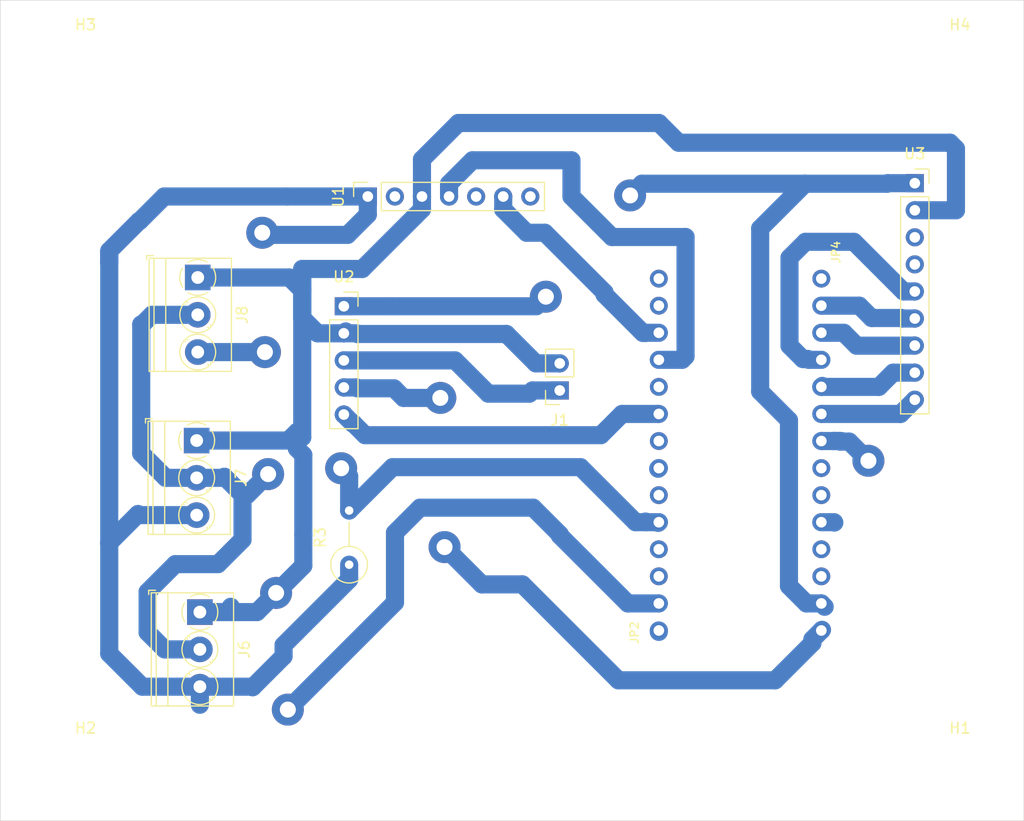
<source format=kicad_pcb>
(kicad_pcb (version 20171130) (host pcbnew 5.0.2-bee76a0~70~ubuntu18.04.1)

  (general
    (thickness 1.6)
    (drawings 4)
    (tracks 203)
    (zones 0)
    (modules 14)
    (nets 13)
  )

  (page A4)
  (layers
    (0 Top signal)
    (1 Route2 signal)
    (2 Route15 signal)
    (31 Bottom signal)
    (32 B.Adhes user)
    (33 F.Adhes user)
    (34 B.Paste user)
    (35 F.Paste user)
    (36 B.SilkS user)
    (37 F.SilkS user)
    (38 B.Mask user)
    (39 F.Mask user)
    (40 Dwgs.User user)
    (41 Cmts.User user)
    (42 Eco1.User user)
    (43 Eco2.User user)
    (44 Edge.Cuts user)
    (45 Margin user)
    (46 B.CrtYd user)
    (47 F.CrtYd user)
    (48 B.Fab user)
    (49 F.Fab user)
  )

  (setup
    (last_trace_width 0.25)
    (user_trace_width 1.7)
    (user_trace_width 3)
    (trace_clearance 0.2)
    (zone_clearance 0.508)
    (zone_45_only no)
    (trace_min 0.2)
    (segment_width 0.2)
    (edge_width 0.05)
    (via_size 0.8)
    (via_drill 0.4)
    (via_min_size 0.4)
    (via_min_drill 0.3)
    (user_via 3 1.5)
    (uvia_size 0.3)
    (uvia_drill 0.1)
    (uvias_allowed no)
    (uvia_min_size 0.2)
    (uvia_min_drill 0.1)
    (pcb_text_width 0.3)
    (pcb_text_size 1.5 1.5)
    (mod_edge_width 0.12)
    (mod_text_size 1 1)
    (mod_text_width 0.15)
    (pad_size 1.524 1.524)
    (pad_drill 0.762)
    (pad_to_mask_clearance 0.051)
    (solder_mask_min_width 0.25)
    (aux_axis_origin 0 76.75)
    (visible_elements FFFFFF7F)
    (pcbplotparams
      (layerselection 0x01000_fffffff8)
      (usegerberextensions false)
      (usegerberattributes false)
      (usegerberadvancedattributes false)
      (creategerberjobfile false)
      (excludeedgelayer true)
      (linewidth 0.100000)
      (plotframeref false)
      (viasonmask false)
      (mode 1)
      (useauxorigin true)
      (hpglpennumber 1)
      (hpglpenspeed 20)
      (hpglpendiameter 15.000000)
      (psnegative false)
      (psa4output false)
      (plotreference false)
      (plotvalue false)
      (plotinvisibletext false)
      (padsonsilk false)
      (subtractmaskfromsilk false)
      (outputformat 1)
      (mirror false)
      (drillshape 0)
      (scaleselection 1)
      (outputdirectory "mill_v"))
  )

  (net 0 "")
  (net 1 GND)
  (net 2 MOSI)
  (net 3 MISO)
  (net 4 SCK)
  (net 5 +3V3)
  (net 6 "Net-(J1-Pad1)")
  (net 7 D12)
  (net 8 TIMER)
  (net 9 LORA_RST)
  (net 10 LORA_CS)
  (net 11 SDA)
  (net 12 SCL)

  (net_class Default "This is the default net class."
    (clearance 0.2)
    (trace_width 0.25)
    (via_dia 0.8)
    (via_drill 0.4)
    (uvia_dia 0.3)
    (uvia_drill 0.1)
    (add_net +3V3)
    (add_net D12)
    (add_net GND)
    (add_net LORA_CS)
    (add_net LORA_RST)
    (add_net MISO)
    (add_net MOSI)
    (add_net "Net-(J1-Pad1)")
    (add_net SCK)
    (add_net SCL)
    (add_net SDA)
    (add_net TIMER)
  )

  (module ib4:1X14_ROUND70 (layer Top) (tedit 0) (tstamp 5DA2F3C6)
    (at 61.7643 42.6321 90)
    (path /FA93C76E)
    (fp_text reference JP2 (at -17.8562 -1.8288 90) (layer F.SilkS)
      (effects (font (size 0.77216 0.77216) (thickness 0.138988)) (justify left bottom))
    )
    (fp_text value HEADER-1X14 (at -17.78 3.175 90) (layer F.Fab)
      (effects (font (size 0.38608 0.38608) (thickness 0.038608)) (justify left bottom))
    )
    (fp_line (start -17.78 -0.635) (end -17.78 0.635) (layer F.Fab) (width 0.2032))
    (fp_poly (pts (xy 3.556 0.254) (xy 4.064 0.254) (xy 4.064 -0.254) (xy 3.556 -0.254)) (layer F.Fab) (width 0))
    (fp_poly (pts (xy 1.016 0.254) (xy 1.524 0.254) (xy 1.524 -0.254) (xy 1.016 -0.254)) (layer F.Fab) (width 0))
    (fp_poly (pts (xy -1.524 0.254) (xy -1.016 0.254) (xy -1.016 -0.254) (xy -1.524 -0.254)) (layer F.Fab) (width 0))
    (fp_poly (pts (xy -4.064 0.254) (xy -3.556 0.254) (xy -3.556 -0.254) (xy -4.064 -0.254)) (layer F.Fab) (width 0))
    (fp_poly (pts (xy -6.604 0.254) (xy -6.096 0.254) (xy -6.096 -0.254) (xy -6.604 -0.254)) (layer F.Fab) (width 0))
    (fp_poly (pts (xy -9.144 0.254) (xy -8.636 0.254) (xy -8.636 -0.254) (xy -9.144 -0.254)) (layer F.Fab) (width 0))
    (fp_poly (pts (xy -11.684 0.254) (xy -11.176 0.254) (xy -11.176 -0.254) (xy -11.684 -0.254)) (layer F.Fab) (width 0))
    (fp_poly (pts (xy -14.224 0.254) (xy -13.716 0.254) (xy -13.716 -0.254) (xy -14.224 -0.254)) (layer F.Fab) (width 0))
    (fp_poly (pts (xy -16.764 0.254) (xy -16.256 0.254) (xy -16.256 -0.254) (xy -16.764 -0.254)) (layer F.Fab) (width 0))
    (fp_poly (pts (xy 6.096 0.254) (xy 6.604 0.254) (xy 6.604 -0.254) (xy 6.096 -0.254)) (layer F.Fab) (width 0))
    (fp_poly (pts (xy 8.636 0.254) (xy 9.144 0.254) (xy 9.144 -0.254) (xy 8.636 -0.254)) (layer F.Fab) (width 0))
    (fp_poly (pts (xy 11.176 0.254) (xy 11.684 0.254) (xy 11.684 -0.254) (xy 11.176 -0.254)) (layer F.Fab) (width 0))
    (fp_poly (pts (xy 13.716 0.254) (xy 14.224 0.254) (xy 14.224 -0.254) (xy 13.716 -0.254)) (layer F.Fab) (width 0))
    (fp_poly (pts (xy 16.256 0.254) (xy 16.764 0.254) (xy 16.764 -0.254) (xy 16.256 -0.254)) (layer F.Fab) (width 0))
    (pad 1 thru_hole circle (at -16.51 0 180) (size 1.6764 1.6764) (drill 1) (layers *.Cu *.Mask)
      (solder_mask_margin 0.0508))
    (pad 2 thru_hole circle (at -13.97 0 180) (size 1.6764 1.6764) (drill 1) (layers *.Cu *.Mask)
      (net 1 GND) (solder_mask_margin 0.0508))
    (pad 3 thru_hole circle (at -11.43 0 180) (size 1.6764 1.6764) (drill 1) (layers *.Cu *.Mask)
      (solder_mask_margin 0.0508))
    (pad 4 thru_hole circle (at -8.89 0 180) (size 1.6764 1.6764) (drill 1) (layers *.Cu *.Mask)
      (solder_mask_margin 0.0508))
    (pad 5 thru_hole circle (at -6.35 0 180) (size 1.6764 1.6764) (drill 1) (layers *.Cu *.Mask)
      (net 7 D12) (solder_mask_margin 0.0508))
    (pad 6 thru_hole circle (at -3.81 0 180) (size 1.6764 1.6764) (drill 1) (layers *.Cu *.Mask)
      (solder_mask_margin 0.0508))
    (pad 7 thru_hole circle (at -1.27 0 180) (size 1.6764 1.6764) (drill 1) (layers *.Cu *.Mask)
      (solder_mask_margin 0.0508))
    (pad 8 thru_hole circle (at 1.27 0 180) (size 1.6764 1.6764) (drill 1) (layers *.Cu *.Mask)
      (solder_mask_margin 0.0508))
    (pad 9 thru_hole circle (at 3.81 0 180) (size 1.6764 1.6764) (drill 1) (layers *.Cu *.Mask)
      (solder_mask_margin 0.0508))
    (pad 10 thru_hole circle (at 6.35 0 180) (size 1.6764 1.6764) (drill 1) (layers *.Cu *.Mask)
      (solder_mask_margin 0.0508))
    (pad 11 thru_hole circle (at 8.89 0 180) (size 1.6764 1.6764) (drill 1) (layers *.Cu *.Mask)
      (net 12 SCL) (solder_mask_margin 0.0508))
    (pad 12 thru_hole circle (at 11.43 0 180) (size 1.6764 1.6764) (drill 1) (layers *.Cu *.Mask)
      (net 11 SDA) (solder_mask_margin 0.0508))
    (pad 13 thru_hole circle (at 13.97 0 180) (size 1.6764 1.6764) (drill 1) (layers *.Cu *.Mask)
      (solder_mask_margin 0.0508))
    (pad 14 thru_hole circle (at 16.51 0 180) (size 1.6764 1.6764) (drill 1) (layers *.Cu *.Mask)
      (solder_mask_margin 0.0508))
  )

  (module ib4:1X14_ROUND70 (layer Top) (tedit 0) (tstamp 5DA2F426)
    (at 77.0043 42.6321 270)
    (path /47274FB3)
    (fp_text reference JP4 (at -17.8562 -1.8288 90) (layer F.SilkS)
      (effects (font (size 0.77216 0.77216) (thickness 0.138988)) (justify left bottom))
    )
    (fp_text value HEADER-1X14 (at -17.78 3.175 90) (layer F.Fab)
      (effects (font (size 0.38608 0.38608) (thickness 0.038608)) (justify left bottom))
    )
    (fp_line (start -17.78 -0.635) (end -17.78 0.635) (layer F.Fab) (width 0.2032))
    (fp_poly (pts (xy 3.556 0.254) (xy 4.064 0.254) (xy 4.064 -0.254) (xy 3.556 -0.254)) (layer F.Fab) (width 0))
    (fp_poly (pts (xy 1.016 0.254) (xy 1.524 0.254) (xy 1.524 -0.254) (xy 1.016 -0.254)) (layer F.Fab) (width 0))
    (fp_poly (pts (xy -1.524 0.254) (xy -1.016 0.254) (xy -1.016 -0.254) (xy -1.524 -0.254)) (layer F.Fab) (width 0))
    (fp_poly (pts (xy -4.064 0.254) (xy -3.556 0.254) (xy -3.556 -0.254) (xy -4.064 -0.254)) (layer F.Fab) (width 0))
    (fp_poly (pts (xy -6.604 0.254) (xy -6.096 0.254) (xy -6.096 -0.254) (xy -6.604 -0.254)) (layer F.Fab) (width 0))
    (fp_poly (pts (xy -9.144 0.254) (xy -8.636 0.254) (xy -8.636 -0.254) (xy -9.144 -0.254)) (layer F.Fab) (width 0))
    (fp_poly (pts (xy -11.684 0.254) (xy -11.176 0.254) (xy -11.176 -0.254) (xy -11.684 -0.254)) (layer F.Fab) (width 0))
    (fp_poly (pts (xy -14.224 0.254) (xy -13.716 0.254) (xy -13.716 -0.254) (xy -14.224 -0.254)) (layer F.Fab) (width 0))
    (fp_poly (pts (xy -16.764 0.254) (xy -16.256 0.254) (xy -16.256 -0.254) (xy -16.764 -0.254)) (layer F.Fab) (width 0))
    (fp_poly (pts (xy 6.096 0.254) (xy 6.604 0.254) (xy 6.604 -0.254) (xy 6.096 -0.254)) (layer F.Fab) (width 0))
    (fp_poly (pts (xy 8.636 0.254) (xy 9.144 0.254) (xy 9.144 -0.254) (xy 8.636 -0.254)) (layer F.Fab) (width 0))
    (fp_poly (pts (xy 11.176 0.254) (xy 11.684 0.254) (xy 11.684 -0.254) (xy 11.176 -0.254)) (layer F.Fab) (width 0))
    (fp_poly (pts (xy 13.716 0.254) (xy 14.224 0.254) (xy 14.224 -0.254) (xy 13.716 -0.254)) (layer F.Fab) (width 0))
    (fp_poly (pts (xy 16.256 0.254) (xy 16.764 0.254) (xy 16.764 -0.254) (xy 16.256 -0.254)) (layer F.Fab) (width 0))
    (pad 1 thru_hole circle (at -16.51 0) (size 1.6764 1.6764) (drill 1) (layers *.Cu *.Mask)
      (solder_mask_margin 0.0508))
    (pad 2 thru_hole circle (at -13.97 0) (size 1.6764 1.6764) (drill 1) (layers *.Cu *.Mask)
      (net 3 MISO) (solder_mask_margin 0.0508))
    (pad 3 thru_hole circle (at -11.43 0) (size 1.6764 1.6764) (drill 1) (layers *.Cu *.Mask)
      (net 2 MOSI) (solder_mask_margin 0.0508))
    (pad 4 thru_hole circle (at -8.89 0) (size 1.6764 1.6764) (drill 1) (layers *.Cu *.Mask)
      (net 4 SCK) (solder_mask_margin 0.0508))
    (pad 5 thru_hole circle (at -6.35 0) (size 1.6764 1.6764) (drill 1) (layers *.Cu *.Mask)
      (net 10 LORA_CS) (solder_mask_margin 0.0508))
    (pad 6 thru_hole circle (at -3.81 0) (size 1.6764 1.6764) (drill 1) (layers *.Cu *.Mask)
      (net 9 LORA_RST) (solder_mask_margin 0.0508))
    (pad 7 thru_hole circle (at -1.27 0) (size 1.6764 1.6764) (drill 1) (layers *.Cu *.Mask)
      (solder_mask_margin 0.0508))
    (pad 8 thru_hole circle (at 1.27 0) (size 1.6764 1.6764) (drill 1) (layers *.Cu *.Mask)
      (solder_mask_margin 0.0508))
    (pad 9 thru_hole circle (at 3.81 0) (size 1.6764 1.6764) (drill 1) (layers *.Cu *.Mask)
      (solder_mask_margin 0.0508))
    (pad 10 thru_hole circle (at 6.35 0) (size 1.6764 1.6764) (drill 1) (layers *.Cu *.Mask)
      (solder_mask_margin 0.0508))
    (pad 11 thru_hole circle (at 8.89 0) (size 1.6764 1.6764) (drill 1) (layers *.Cu *.Mask)
      (solder_mask_margin 0.0508))
    (pad 12 thru_hole circle (at 11.43 0) (size 1.6764 1.6764) (drill 1) (layers *.Cu *.Mask)
      (solder_mask_margin 0.0508))
    (pad 13 thru_hole circle (at 13.97 0) (size 1.6764 1.6764) (drill 1) (layers *.Cu *.Mask)
      (net 5 +3V3) (solder_mask_margin 0.0508))
    (pad 14 thru_hole circle (at 16.51 0) (size 1.6764 1.6764) (drill 1) (layers *.Cu *.Mask)
      (net 8 TIMER) (solder_mask_margin 0.0508))
  )

  (module MountingHole:MountingHole_2.7mm_M2.5 (layer Top) (tedit 56D1B4CB) (tstamp 5DBCCBB8)
    (at 90 72)
    (descr "Mounting Hole 2.7mm, no annular, M2.5")
    (tags "mounting hole 2.7mm no annular m2.5")
    (path /5D99EBDD)
    (attr virtual)
    (fp_text reference H1 (at 0 -3.7) (layer F.SilkS)
      (effects (font (size 1 1) (thickness 0.15)))
    )
    (fp_text value MountingHole (at 0 3.7) (layer F.Fab)
      (effects (font (size 1 1) (thickness 0.15)))
    )
    (fp_text user %R (at 0.3 0) (layer F.Fab)
      (effects (font (size 1 1) (thickness 0.15)))
    )
    (fp_circle (center 0 0) (end 2.7 0) (layer Cmts.User) (width 0.15))
    (fp_circle (center 0 0) (end 2.95 0) (layer F.CrtYd) (width 0.05))
    (pad 1 np_thru_hole circle (at 0 0) (size 2.7 2.7) (drill 2.7) (layers *.Cu *.Mask))
  )

  (module MountingHole:MountingHole_2.7mm_M2.5 (layer Top) (tedit 56D1B4CB) (tstamp 5D926E42)
    (at 8 72)
    (descr "Mounting Hole 2.7mm, no annular, M2.5")
    (tags "mounting hole 2.7mm no annular m2.5")
    (path /5D99FC38)
    (attr virtual)
    (fp_text reference H2 (at 0 -3.7) (layer F.SilkS)
      (effects (font (size 1 1) (thickness 0.15)))
    )
    (fp_text value MountingHole (at 0 3.7) (layer F.Fab)
      (effects (font (size 1 1) (thickness 0.15)))
    )
    (fp_text user %R (at 0.3 0) (layer F.Fab)
      (effects (font (size 1 1) (thickness 0.15)))
    )
    (fp_circle (center 0 0) (end 2.7 0) (layer Cmts.User) (width 0.15))
    (fp_circle (center 0 0) (end 2.95 0) (layer F.CrtYd) (width 0.05))
    (pad 1 np_thru_hole circle (at 0 0) (size 2.7 2.7) (drill 2.7) (layers *.Cu *.Mask))
  )

  (module MountingHole:MountingHole_2.7mm_M2.5 (layer Top) (tedit 56D1B4CB) (tstamp 5DA3066C)
    (at 8 6)
    (descr "Mounting Hole 2.7mm, no annular, M2.5")
    (tags "mounting hole 2.7mm no annular m2.5")
    (path /5D99FE70)
    (attr virtual)
    (fp_text reference H3 (at 0 -3.7) (layer F.SilkS)
      (effects (font (size 1 1) (thickness 0.15)))
    )
    (fp_text value MountingHole (at 0 3.7) (layer F.Fab)
      (effects (font (size 1 1) (thickness 0.15)))
    )
    (fp_text user %R (at -0.55 0.1) (layer F.Fab)
      (effects (font (size 1 1) (thickness 0.15)))
    )
    (fp_circle (center 0 0) (end 2.7 0) (layer Cmts.User) (width 0.15))
    (fp_circle (center 0 0) (end 2.95 0) (layer F.CrtYd) (width 0.05))
    (pad 1 np_thru_hole circle (at 0 0) (size 2.7 2.7) (drill 2.7) (layers *.Cu *.Mask))
  )

  (module MountingHole:MountingHole_2.7mm_M2.5 (layer Top) (tedit 56D1B4CB) (tstamp 5D926E57)
    (at 90 6)
    (descr "Mounting Hole 2.7mm, no annular, M2.5")
    (tags "mounting hole 2.7mm no annular m2.5")
    (path /5D99FFF4)
    (attr virtual)
    (fp_text reference H4 (at 0 -3.7) (layer F.SilkS)
      (effects (font (size 1 1) (thickness 0.15)))
    )
    (fp_text value MountingHole (at 0 3.7) (layer F.Fab)
      (effects (font (size 1 1) (thickness 0.15)))
    )
    (fp_circle (center 0 0) (end 2.95 0) (layer F.CrtYd) (width 0.05))
    (fp_circle (center 0 0) (end 2.7 0) (layer Cmts.User) (width 0.15))
    (fp_text user %R (at 0.3 0) (layer F.Fab)
      (effects (font (size 1 1) (thickness 0.15)))
    )
    (pad 1 np_thru_hole circle (at 0 0) (size 2.7 2.7) (drill 2.7) (layers *.Cu *.Mask))
  )

  (module Connector_PinSocket_2.54mm:PinSocket_1x02_P2.54mm_Vertical (layer Top) (tedit 5A19A420) (tstamp 5DBCCC0B)
    (at 52.4705 36.6167 180)
    (descr "Through hole straight socket strip, 1x02, 2.54mm pitch, single row (from Kicad 4.0.7), script generated")
    (tags "Through hole socket strip THT 1x02 2.54mm single row")
    (path /5DBD7C27)
    (fp_text reference J1 (at 0 -2.77) (layer F.SilkS)
      (effects (font (size 1 1) (thickness 0.15)))
    )
    (fp_text value Conn_01x02_Female (at 0 5.31) (layer F.Fab)
      (effects (font (size 1 1) (thickness 0.15)))
    )
    (fp_text user %R (at 0 1.27 90) (layer F.Fab)
      (effects (font (size 1 1) (thickness 0.15)))
    )
    (fp_line (start -1.8 4.3) (end -1.8 -1.8) (layer F.CrtYd) (width 0.05))
    (fp_line (start 1.75 4.3) (end -1.8 4.3) (layer F.CrtYd) (width 0.05))
    (fp_line (start 1.75 -1.8) (end 1.75 4.3) (layer F.CrtYd) (width 0.05))
    (fp_line (start -1.8 -1.8) (end 1.75 -1.8) (layer F.CrtYd) (width 0.05))
    (fp_line (start 0 -1.33) (end 1.33 -1.33) (layer F.SilkS) (width 0.12))
    (fp_line (start 1.33 -1.33) (end 1.33 0) (layer F.SilkS) (width 0.12))
    (fp_line (start 1.33 1.27) (end 1.33 3.87) (layer F.SilkS) (width 0.12))
    (fp_line (start -1.33 3.87) (end 1.33 3.87) (layer F.SilkS) (width 0.12))
    (fp_line (start -1.33 1.27) (end -1.33 3.87) (layer F.SilkS) (width 0.12))
    (fp_line (start -1.33 1.27) (end 1.33 1.27) (layer F.SilkS) (width 0.12))
    (fp_line (start -1.27 3.81) (end -1.27 -1.27) (layer F.Fab) (width 0.1))
    (fp_line (start 1.27 3.81) (end -1.27 3.81) (layer F.Fab) (width 0.1))
    (fp_line (start 1.27 -0.635) (end 1.27 3.81) (layer F.Fab) (width 0.1))
    (fp_line (start 0.635 -1.27) (end 1.27 -0.635) (layer F.Fab) (width 0.1))
    (fp_line (start -1.27 -1.27) (end 0.635 -1.27) (layer F.Fab) (width 0.1))
    (pad 2 thru_hole oval (at 0 2.54 180) (size 1.7 1.7) (drill 1) (layers *.Cu *.Mask)
      (net 1 GND))
    (pad 1 thru_hole rect (at 0 0 180) (size 1.7 1.7) (drill 1) (layers *.Cu *.Mask)
      (net 6 "Net-(J1-Pad1)"))
    (model ${KISYS3DMOD}/Connector_PinSocket_2.54mm.3dshapes/PinSocket_1x02_P2.54mm_Vertical.wrl
      (at (xyz 0 0 0))
      (scale (xyz 1 1 1))
      (rotate (xyz 0 0 0))
    )
  )

  (module TerminalBlock_Phoenix:TerminalBlock_Phoenix_PT-1,5-3-3.5-H_1x03_P3.50mm_Horizontal (layer Top) (tedit 5B294F3F) (tstamp 5DBCDC66)
    (at 18.7205 57.4167 270)
    (descr "Terminal Block Phoenix PT-1,5-3-3.5-H, 3 pins, pitch 3.5mm, size 10.5x7.6mm^2, drill diamater 1.2mm, pad diameter 2.4mm, see , script-generated using https://github.com/pointhi/kicad-footprint-generator/scripts/TerminalBlock_Phoenix")
    (tags "THT Terminal Block Phoenix PT-1,5-3-3.5-H pitch 3.5mm size 10.5x7.6mm^2 drill 1.2mm pad 2.4mm")
    (path /5DC8DC36)
    (fp_text reference J6 (at 3.5 -4.16 90) (layer F.SilkS)
      (effects (font (size 1 1) (thickness 0.15)))
    )
    (fp_text value Screw_Terminal_01x03 (at 3.5 5.56 90) (layer F.Fab)
      (effects (font (size 1 1) (thickness 0.15)))
    )
    (fp_text user %R (at 3.5 2.4 90) (layer F.Fab)
      (effects (font (size 1 1) (thickness 0.15)))
    )
    (fp_line (start 9.25 -3.6) (end -2.25 -3.6) (layer F.CrtYd) (width 0.05))
    (fp_line (start 9.25 5) (end 9.25 -3.6) (layer F.CrtYd) (width 0.05))
    (fp_line (start -2.25 5) (end 9.25 5) (layer F.CrtYd) (width 0.05))
    (fp_line (start -2.25 -3.6) (end -2.25 5) (layer F.CrtYd) (width 0.05))
    (fp_line (start -2.05 4.8) (end -1.65 4.8) (layer F.SilkS) (width 0.12))
    (fp_line (start -2.05 4.16) (end -2.05 4.8) (layer F.SilkS) (width 0.12))
    (fp_line (start 5.855 0.941) (end 5.726 1.069) (layer F.SilkS) (width 0.12))
    (fp_line (start 8.07 -1.275) (end 7.976 -1.181) (layer F.SilkS) (width 0.12))
    (fp_line (start 6.025 1.181) (end 5.931 1.274) (layer F.SilkS) (width 0.12))
    (fp_line (start 8.275 -1.069) (end 8.146 -0.941) (layer F.SilkS) (width 0.12))
    (fp_line (start 7.955 -1.138) (end 5.863 0.955) (layer F.Fab) (width 0.1))
    (fp_line (start 8.138 -0.955) (end 6.046 1.138) (layer F.Fab) (width 0.1))
    (fp_line (start 2.355 0.941) (end 2.226 1.069) (layer F.SilkS) (width 0.12))
    (fp_line (start 4.57 -1.275) (end 4.476 -1.181) (layer F.SilkS) (width 0.12))
    (fp_line (start 2.525 1.181) (end 2.431 1.274) (layer F.SilkS) (width 0.12))
    (fp_line (start 4.775 -1.069) (end 4.646 -0.941) (layer F.SilkS) (width 0.12))
    (fp_line (start 4.455 -1.138) (end 2.363 0.955) (layer F.Fab) (width 0.1))
    (fp_line (start 4.638 -0.955) (end 2.546 1.138) (layer F.Fab) (width 0.1))
    (fp_line (start 0.955 -1.138) (end -1.138 0.955) (layer F.Fab) (width 0.1))
    (fp_line (start 1.138 -0.955) (end -0.955 1.138) (layer F.Fab) (width 0.1))
    (fp_line (start 8.81 -3.16) (end 8.81 4.56) (layer F.SilkS) (width 0.12))
    (fp_line (start -1.81 -3.16) (end -1.81 4.56) (layer F.SilkS) (width 0.12))
    (fp_line (start -1.81 4.56) (end 8.81 4.56) (layer F.SilkS) (width 0.12))
    (fp_line (start -1.81 -3.16) (end 8.81 -3.16) (layer F.SilkS) (width 0.12))
    (fp_line (start -1.81 3) (end 8.81 3) (layer F.SilkS) (width 0.12))
    (fp_line (start -1.75 3) (end 8.75 3) (layer F.Fab) (width 0.1))
    (fp_line (start -1.81 4.1) (end 8.81 4.1) (layer F.SilkS) (width 0.12))
    (fp_line (start -1.75 4.1) (end 8.75 4.1) (layer F.Fab) (width 0.1))
    (fp_line (start -1.75 4.1) (end -1.75 -3.1) (layer F.Fab) (width 0.1))
    (fp_line (start -1.35 4.5) (end -1.75 4.1) (layer F.Fab) (width 0.1))
    (fp_line (start 8.75 4.5) (end -1.35 4.5) (layer F.Fab) (width 0.1))
    (fp_line (start 8.75 -3.1) (end 8.75 4.5) (layer F.Fab) (width 0.1))
    (fp_line (start -1.75 -3.1) (end 8.75 -3.1) (layer F.Fab) (width 0.1))
    (fp_circle (center 7 0) (end 8.68 0) (layer F.SilkS) (width 0.12))
    (fp_circle (center 7 0) (end 8.5 0) (layer F.Fab) (width 0.1))
    (fp_circle (center 3.5 0) (end 5.18 0) (layer F.SilkS) (width 0.12))
    (fp_circle (center 3.5 0) (end 5 0) (layer F.Fab) (width 0.1))
    (fp_circle (center 0 0) (end 1.5 0) (layer F.Fab) (width 0.1))
    (fp_arc (start 0 0) (end -0.866 1.44) (angle -32) (layer F.SilkS) (width 0.12))
    (fp_arc (start 0 0) (end -1.44 -0.866) (angle -63) (layer F.SilkS) (width 0.12))
    (fp_arc (start 0 0) (end 0.866 -1.44) (angle -63) (layer F.SilkS) (width 0.12))
    (fp_arc (start 0 0) (end 1.425 0.891) (angle -64) (layer F.SilkS) (width 0.12))
    (fp_arc (start 0 0) (end 0 1.68) (angle -32) (layer F.SilkS) (width 0.12))
    (pad 3 thru_hole circle (at 7 0 270) (size 2.4 2.4) (drill 1.2) (layers *.Cu *.Mask)
      (net 5 +3V3))
    (pad 2 thru_hole circle (at 3.5 0 270) (size 2.4 2.4) (drill 1.2) (layers *.Cu *.Mask)
      (net 7 D12))
    (pad 1 thru_hole rect (at 0 0 270) (size 2.4 2.4) (drill 1.2) (layers *.Cu *.Mask)
      (net 1 GND))
    (model ${KISYS3DMOD}/TerminalBlock_Phoenix.3dshapes/TerminalBlock_Phoenix_PT-1,5-3-3.5-H_1x03_P3.50mm_Horizontal.wrl
      (at (xyz 0 0 0))
      (scale (xyz 1 1 1))
      (rotate (xyz 0 0 0))
    )
  )

  (module TerminalBlock_Phoenix:TerminalBlock_Phoenix_PT-1,5-3-3.5-H_1x03_P3.50mm_Horizontal (layer Top) (tedit 5B294F3F) (tstamp 5DBCAFDA)
    (at 18.4205 41.3167 270)
    (descr "Terminal Block Phoenix PT-1,5-3-3.5-H, 3 pins, pitch 3.5mm, size 10.5x7.6mm^2, drill diamater 1.2mm, pad diameter 2.4mm, see , script-generated using https://github.com/pointhi/kicad-footprint-generator/scripts/TerminalBlock_Phoenix")
    (tags "THT Terminal Block Phoenix PT-1,5-3-3.5-H pitch 3.5mm size 10.5x7.6mm^2 drill 1.2mm pad 2.4mm")
    (path /5DC8F0B0)
    (fp_text reference J7 (at 3.5 -4.16 90) (layer F.SilkS)
      (effects (font (size 1 1) (thickness 0.15)))
    )
    (fp_text value Screw_Terminal_01x03 (at 3.5 5.56 90) (layer F.Fab)
      (effects (font (size 1 1) (thickness 0.15)))
    )
    (fp_arc (start 0 0) (end 0 1.68) (angle -32) (layer F.SilkS) (width 0.12))
    (fp_arc (start 0 0) (end 1.425 0.891) (angle -64) (layer F.SilkS) (width 0.12))
    (fp_arc (start 0 0) (end 0.866 -1.44) (angle -63) (layer F.SilkS) (width 0.12))
    (fp_arc (start 0 0) (end -1.44 -0.866) (angle -63) (layer F.SilkS) (width 0.12))
    (fp_arc (start 0 0) (end -0.866 1.44) (angle -32) (layer F.SilkS) (width 0.12))
    (fp_circle (center 0 0) (end 1.5 0) (layer F.Fab) (width 0.1))
    (fp_circle (center 3.5 0) (end 5 0) (layer F.Fab) (width 0.1))
    (fp_circle (center 3.5 0) (end 5.18 0) (layer F.SilkS) (width 0.12))
    (fp_circle (center 7 0) (end 8.5 0) (layer F.Fab) (width 0.1))
    (fp_circle (center 7 0) (end 8.68 0) (layer F.SilkS) (width 0.12))
    (fp_line (start -1.75 -3.1) (end 8.75 -3.1) (layer F.Fab) (width 0.1))
    (fp_line (start 8.75 -3.1) (end 8.75 4.5) (layer F.Fab) (width 0.1))
    (fp_line (start 8.75 4.5) (end -1.35 4.5) (layer F.Fab) (width 0.1))
    (fp_line (start -1.35 4.5) (end -1.75 4.1) (layer F.Fab) (width 0.1))
    (fp_line (start -1.75 4.1) (end -1.75 -3.1) (layer F.Fab) (width 0.1))
    (fp_line (start -1.75 4.1) (end 8.75 4.1) (layer F.Fab) (width 0.1))
    (fp_line (start -1.81 4.1) (end 8.81 4.1) (layer F.SilkS) (width 0.12))
    (fp_line (start -1.75 3) (end 8.75 3) (layer F.Fab) (width 0.1))
    (fp_line (start -1.81 3) (end 8.81 3) (layer F.SilkS) (width 0.12))
    (fp_line (start -1.81 -3.16) (end 8.81 -3.16) (layer F.SilkS) (width 0.12))
    (fp_line (start -1.81 4.56) (end 8.81 4.56) (layer F.SilkS) (width 0.12))
    (fp_line (start -1.81 -3.16) (end -1.81 4.56) (layer F.SilkS) (width 0.12))
    (fp_line (start 8.81 -3.16) (end 8.81 4.56) (layer F.SilkS) (width 0.12))
    (fp_line (start 1.138 -0.955) (end -0.955 1.138) (layer F.Fab) (width 0.1))
    (fp_line (start 0.955 -1.138) (end -1.138 0.955) (layer F.Fab) (width 0.1))
    (fp_line (start 4.638 -0.955) (end 2.546 1.138) (layer F.Fab) (width 0.1))
    (fp_line (start 4.455 -1.138) (end 2.363 0.955) (layer F.Fab) (width 0.1))
    (fp_line (start 4.775 -1.069) (end 4.646 -0.941) (layer F.SilkS) (width 0.12))
    (fp_line (start 2.525 1.181) (end 2.431 1.274) (layer F.SilkS) (width 0.12))
    (fp_line (start 4.57 -1.275) (end 4.476 -1.181) (layer F.SilkS) (width 0.12))
    (fp_line (start 2.355 0.941) (end 2.226 1.069) (layer F.SilkS) (width 0.12))
    (fp_line (start 8.138 -0.955) (end 6.046 1.138) (layer F.Fab) (width 0.1))
    (fp_line (start 7.955 -1.138) (end 5.863 0.955) (layer F.Fab) (width 0.1))
    (fp_line (start 8.275 -1.069) (end 8.146 -0.941) (layer F.SilkS) (width 0.12))
    (fp_line (start 6.025 1.181) (end 5.931 1.274) (layer F.SilkS) (width 0.12))
    (fp_line (start 8.07 -1.275) (end 7.976 -1.181) (layer F.SilkS) (width 0.12))
    (fp_line (start 5.855 0.941) (end 5.726 1.069) (layer F.SilkS) (width 0.12))
    (fp_line (start -2.05 4.16) (end -2.05 4.8) (layer F.SilkS) (width 0.12))
    (fp_line (start -2.05 4.8) (end -1.65 4.8) (layer F.SilkS) (width 0.12))
    (fp_line (start -2.25 -3.6) (end -2.25 5) (layer F.CrtYd) (width 0.05))
    (fp_line (start -2.25 5) (end 9.25 5) (layer F.CrtYd) (width 0.05))
    (fp_line (start 9.25 5) (end 9.25 -3.6) (layer F.CrtYd) (width 0.05))
    (fp_line (start 9.25 -3.6) (end -2.25 -3.6) (layer F.CrtYd) (width 0.05))
    (fp_text user %R (at 3.5 2.4 90) (layer F.Fab)
      (effects (font (size 1 1) (thickness 0.15)))
    )
    (pad 1 thru_hole rect (at 0 0 270) (size 2.4 2.4) (drill 1.2) (layers *.Cu *.Mask)
      (net 1 GND))
    (pad 2 thru_hole circle (at 3.5 0 270) (size 2.4 2.4) (drill 1.2) (layers *.Cu *.Mask)
      (net 7 D12))
    (pad 3 thru_hole circle (at 7 0 270) (size 2.4 2.4) (drill 1.2) (layers *.Cu *.Mask)
      (net 5 +3V3))
    (model ${KISYS3DMOD}/TerminalBlock_Phoenix.3dshapes/TerminalBlock_Phoenix_PT-1,5-3-3.5-H_1x03_P3.50mm_Horizontal.wrl
      (at (xyz 0 0 0))
      (scale (xyz 1 1 1))
      (rotate (xyz 0 0 0))
    )
  )

  (module TerminalBlock_Phoenix:TerminalBlock_Phoenix_PT-1,5-3-3.5-H_1x03_P3.50mm_Horizontal (layer Top) (tedit 5B294F3F) (tstamp 5DBCB00D)
    (at 18.5205 26.0167 270)
    (descr "Terminal Block Phoenix PT-1,5-3-3.5-H, 3 pins, pitch 3.5mm, size 10.5x7.6mm^2, drill diamater 1.2mm, pad diameter 2.4mm, see , script-generated using https://github.com/pointhi/kicad-footprint-generator/scripts/TerminalBlock_Phoenix")
    (tags "THT Terminal Block Phoenix PT-1,5-3-3.5-H pitch 3.5mm size 10.5x7.6mm^2 drill 1.2mm pad 2.4mm")
    (path /5DCAC7D5)
    (fp_text reference J8 (at 3.5 -4.16 90) (layer F.SilkS)
      (effects (font (size 1 1) (thickness 0.15)))
    )
    (fp_text value Screw_Terminal_01x03 (at 3.5 5.56 90) (layer F.Fab)
      (effects (font (size 1 1) (thickness 0.15)))
    )
    (fp_text user %R (at 3.5 2.4 90) (layer F.Fab)
      (effects (font (size 1 1) (thickness 0.15)))
    )
    (fp_line (start 9.25 -3.6) (end -2.25 -3.6) (layer F.CrtYd) (width 0.05))
    (fp_line (start 9.25 5) (end 9.25 -3.6) (layer F.CrtYd) (width 0.05))
    (fp_line (start -2.25 5) (end 9.25 5) (layer F.CrtYd) (width 0.05))
    (fp_line (start -2.25 -3.6) (end -2.25 5) (layer F.CrtYd) (width 0.05))
    (fp_line (start -2.05 4.8) (end -1.65 4.8) (layer F.SilkS) (width 0.12))
    (fp_line (start -2.05 4.16) (end -2.05 4.8) (layer F.SilkS) (width 0.12))
    (fp_line (start 5.855 0.941) (end 5.726 1.069) (layer F.SilkS) (width 0.12))
    (fp_line (start 8.07 -1.275) (end 7.976 -1.181) (layer F.SilkS) (width 0.12))
    (fp_line (start 6.025 1.181) (end 5.931 1.274) (layer F.SilkS) (width 0.12))
    (fp_line (start 8.275 -1.069) (end 8.146 -0.941) (layer F.SilkS) (width 0.12))
    (fp_line (start 7.955 -1.138) (end 5.863 0.955) (layer F.Fab) (width 0.1))
    (fp_line (start 8.138 -0.955) (end 6.046 1.138) (layer F.Fab) (width 0.1))
    (fp_line (start 2.355 0.941) (end 2.226 1.069) (layer F.SilkS) (width 0.12))
    (fp_line (start 4.57 -1.275) (end 4.476 -1.181) (layer F.SilkS) (width 0.12))
    (fp_line (start 2.525 1.181) (end 2.431 1.274) (layer F.SilkS) (width 0.12))
    (fp_line (start 4.775 -1.069) (end 4.646 -0.941) (layer F.SilkS) (width 0.12))
    (fp_line (start 4.455 -1.138) (end 2.363 0.955) (layer F.Fab) (width 0.1))
    (fp_line (start 4.638 -0.955) (end 2.546 1.138) (layer F.Fab) (width 0.1))
    (fp_line (start 0.955 -1.138) (end -1.138 0.955) (layer F.Fab) (width 0.1))
    (fp_line (start 1.138 -0.955) (end -0.955 1.138) (layer F.Fab) (width 0.1))
    (fp_line (start 8.81 -3.16) (end 8.81 4.56) (layer F.SilkS) (width 0.12))
    (fp_line (start -1.81 -3.16) (end -1.81 4.56) (layer F.SilkS) (width 0.12))
    (fp_line (start -1.81 4.56) (end 8.81 4.56) (layer F.SilkS) (width 0.12))
    (fp_line (start -1.81 -3.16) (end 8.81 -3.16) (layer F.SilkS) (width 0.12))
    (fp_line (start -1.81 3) (end 8.81 3) (layer F.SilkS) (width 0.12))
    (fp_line (start -1.75 3) (end 8.75 3) (layer F.Fab) (width 0.1))
    (fp_line (start -1.81 4.1) (end 8.81 4.1) (layer F.SilkS) (width 0.12))
    (fp_line (start -1.75 4.1) (end 8.75 4.1) (layer F.Fab) (width 0.1))
    (fp_line (start -1.75 4.1) (end -1.75 -3.1) (layer F.Fab) (width 0.1))
    (fp_line (start -1.35 4.5) (end -1.75 4.1) (layer F.Fab) (width 0.1))
    (fp_line (start 8.75 4.5) (end -1.35 4.5) (layer F.Fab) (width 0.1))
    (fp_line (start 8.75 -3.1) (end 8.75 4.5) (layer F.Fab) (width 0.1))
    (fp_line (start -1.75 -3.1) (end 8.75 -3.1) (layer F.Fab) (width 0.1))
    (fp_circle (center 7 0) (end 8.68 0) (layer F.SilkS) (width 0.12))
    (fp_circle (center 7 0) (end 8.5 0) (layer F.Fab) (width 0.1))
    (fp_circle (center 3.5 0) (end 5.18 0) (layer F.SilkS) (width 0.12))
    (fp_circle (center 3.5 0) (end 5 0) (layer F.Fab) (width 0.1))
    (fp_circle (center 0 0) (end 1.5 0) (layer F.Fab) (width 0.1))
    (fp_arc (start 0 0) (end -0.866 1.44) (angle -32) (layer F.SilkS) (width 0.12))
    (fp_arc (start 0 0) (end -1.44 -0.866) (angle -63) (layer F.SilkS) (width 0.12))
    (fp_arc (start 0 0) (end 0.866 -1.44) (angle -63) (layer F.SilkS) (width 0.12))
    (fp_arc (start 0 0) (end 1.425 0.891) (angle -64) (layer F.SilkS) (width 0.12))
    (fp_arc (start 0 0) (end 0 1.68) (angle -32) (layer F.SilkS) (width 0.12))
    (pad 3 thru_hole circle (at 7 0 270) (size 2.4 2.4) (drill 1.2) (layers *.Cu *.Mask)
      (net 5 +3V3))
    (pad 2 thru_hole circle (at 3.5 0 270) (size 2.4 2.4) (drill 1.2) (layers *.Cu *.Mask)
      (net 7 D12))
    (pad 1 thru_hole rect (at 0 0 270) (size 2.4 2.4) (drill 1.2) (layers *.Cu *.Mask)
      (net 1 GND))
    (model ${KISYS3DMOD}/TerminalBlock_Phoenix.3dshapes/TerminalBlock_Phoenix_PT-1,5-3-3.5-H_1x03_P3.50mm_Horizontal.wrl
      (at (xyz 0 0 0))
      (scale (xyz 1 1 1))
      (rotate (xyz 0 0 0))
    )
  )

  (module Resistor_THT:R_Axial_DIN0309_L9.0mm_D3.2mm_P5.08mm_Vertical (layer Top) (tedit 5AE5139B) (tstamp 5DBCB0CC)
    (at 32.7205 52.9667 90)
    (descr "Resistor, Axial_DIN0309 series, Axial, Vertical, pin pitch=5.08mm, 0.5W = 1/2W, length*diameter=9*3.2mm^2, http://cdn-reichelt.de/documents/datenblatt/B400/1_4W%23YAG.pdf")
    (tags "Resistor Axial_DIN0309 series Axial Vertical pin pitch 5.08mm 0.5W = 1/2W length 9mm diameter 3.2mm")
    (path /5DC90C9F)
    (fp_text reference R3 (at 2.54 -2.72 90) (layer F.SilkS)
      (effects (font (size 1 1) (thickness 0.15)))
    )
    (fp_text value R (at 2.54 2.72 90) (layer F.Fab)
      (effects (font (size 1 1) (thickness 0.15)))
    )
    (fp_circle (center 0 0) (end 1.6 0) (layer F.Fab) (width 0.1))
    (fp_circle (center 0 0) (end 1.72 0) (layer F.SilkS) (width 0.12))
    (fp_line (start 0 0) (end 5.08 0) (layer F.Fab) (width 0.1))
    (fp_line (start 1.72 0) (end 3.98 0) (layer F.SilkS) (width 0.12))
    (fp_line (start -1.85 -1.85) (end -1.85 1.85) (layer F.CrtYd) (width 0.05))
    (fp_line (start -1.85 1.85) (end 6.13 1.85) (layer F.CrtYd) (width 0.05))
    (fp_line (start 6.13 1.85) (end 6.13 -1.85) (layer F.CrtYd) (width 0.05))
    (fp_line (start 6.13 -1.85) (end -1.85 -1.85) (layer F.CrtYd) (width 0.05))
    (fp_text user %R (at 2.54 -2.72 90) (layer F.Fab)
      (effects (font (size 1 1) (thickness 0.15)))
    )
    (pad 1 thru_hole circle (at 0 0 90) (size 1.6 1.6) (drill 0.8) (layers *.Cu *.Mask)
      (net 5 +3V3))
    (pad 2 thru_hole oval (at 5.08 0 90) (size 1.6 1.6) (drill 0.8) (layers *.Cu *.Mask)
      (net 7 D12))
    (model ${KISYS3DMOD}/Resistor_THT.3dshapes/R_Axial_DIN0309_L9.0mm_D3.2mm_P5.08mm_Vertical.wrl
      (at (xyz 0 0 0))
      (scale (xyz 1 1 1))
      (rotate (xyz 0 0 0))
    )
  )

  (module Connector_PinSocket_2.54mm:PinSocket_1x05_P2.54mm_Vertical (layer Top) (tedit 5A19A420) (tstamp 5DBCB0FF)
    (at 32.2205 28.7167)
    (descr "Through hole straight socket strip, 1x05, 2.54mm pitch, single row (from Kicad 4.0.7), script generated")
    (tags "Through hole socket strip THT 1x05 2.54mm single row")
    (path /5DBCD3E9)
    (fp_text reference U2 (at 0 -2.77) (layer F.SilkS)
      (effects (font (size 1 1) (thickness 0.15)))
    )
    (fp_text value tpl5110 (at 0 12.93) (layer F.Fab)
      (effects (font (size 1 1) (thickness 0.15)))
    )
    (fp_text user %R (at 0 5.08 90) (layer F.Fab)
      (effects (font (size 1 1) (thickness 0.15)))
    )
    (fp_line (start -1.8 11.9) (end -1.8 -1.8) (layer F.CrtYd) (width 0.05))
    (fp_line (start 1.75 11.9) (end -1.8 11.9) (layer F.CrtYd) (width 0.05))
    (fp_line (start 1.75 -1.8) (end 1.75 11.9) (layer F.CrtYd) (width 0.05))
    (fp_line (start -1.8 -1.8) (end 1.75 -1.8) (layer F.CrtYd) (width 0.05))
    (fp_line (start 0 -1.33) (end 1.33 -1.33) (layer F.SilkS) (width 0.12))
    (fp_line (start 1.33 -1.33) (end 1.33 0) (layer F.SilkS) (width 0.12))
    (fp_line (start 1.33 1.27) (end 1.33 11.49) (layer F.SilkS) (width 0.12))
    (fp_line (start -1.33 11.49) (end 1.33 11.49) (layer F.SilkS) (width 0.12))
    (fp_line (start -1.33 1.27) (end -1.33 11.49) (layer F.SilkS) (width 0.12))
    (fp_line (start -1.33 1.27) (end 1.33 1.27) (layer F.SilkS) (width 0.12))
    (fp_line (start -1.27 11.43) (end -1.27 -1.27) (layer F.Fab) (width 0.1))
    (fp_line (start 1.27 11.43) (end -1.27 11.43) (layer F.Fab) (width 0.1))
    (fp_line (start 1.27 -0.635) (end 1.27 11.43) (layer F.Fab) (width 0.1))
    (fp_line (start 0.635 -1.27) (end 1.27 -0.635) (layer F.Fab) (width 0.1))
    (fp_line (start -1.27 -1.27) (end 0.635 -1.27) (layer F.Fab) (width 0.1))
    (pad 5 thru_hole oval (at 0 10.16) (size 1.7 1.7) (drill 1) (layers *.Cu *.Mask))
    (pad 4 thru_hole oval (at 0 7.62) (size 1.7 1.7) (drill 1) (layers *.Cu *.Mask)
      (net 8 TIMER))
    (pad 3 thru_hole oval (at 0 5.08) (size 1.7 1.7) (drill 1) (layers *.Cu *.Mask)
      (net 6 "Net-(J1-Pad1)"))
    (pad 2 thru_hole oval (at 0 2.54) (size 1.7 1.7) (drill 1) (layers *.Cu *.Mask)
      (net 1 GND))
    (pad 1 thru_hole rect (at 0 0) (size 1.7 1.7) (drill 1) (layers *.Cu *.Mask)
      (net 5 +3V3))
    (model ${KISYS3DMOD}/Connector_PinSocket_2.54mm.3dshapes/PinSocket_1x05_P2.54mm_Vertical.wrl
      (at (xyz 0 0 0))
      (scale (xyz 1 1 1))
      (rotate (xyz 0 0 0))
    )
  )

  (module Connector_PinSocket_2.54mm:PinSocket_1x09_P2.54mm_Vertical (layer Top) (tedit 5A19A431) (tstamp 5DBCBD25)
    (at 85.7705 17.1667)
    (descr "Through hole straight socket strip, 1x09, 2.54mm pitch, single row (from Kicad 4.0.7), script generated")
    (tags "Through hole socket strip THT 1x09 2.54mm single row")
    (path /5DCB628E)
    (fp_text reference U3 (at 0 -2.77) (layer F.SilkS)
      (effects (font (size 1 1) (thickness 0.15)))
    )
    (fp_text value lora_breakout (at 0 23.09) (layer F.Fab)
      (effects (font (size 1 1) (thickness 0.15)))
    )
    (fp_text user %R (at 0 10.16 90) (layer F.Fab)
      (effects (font (size 1 1) (thickness 0.15)))
    )
    (fp_line (start -1.8 22.1) (end -1.8 -1.8) (layer F.CrtYd) (width 0.05))
    (fp_line (start 1.75 22.1) (end -1.8 22.1) (layer F.CrtYd) (width 0.05))
    (fp_line (start 1.75 -1.8) (end 1.75 22.1) (layer F.CrtYd) (width 0.05))
    (fp_line (start -1.8 -1.8) (end 1.75 -1.8) (layer F.CrtYd) (width 0.05))
    (fp_line (start 0 -1.33) (end 1.33 -1.33) (layer F.SilkS) (width 0.12))
    (fp_line (start 1.33 -1.33) (end 1.33 0) (layer F.SilkS) (width 0.12))
    (fp_line (start 1.33 1.27) (end 1.33 21.65) (layer F.SilkS) (width 0.12))
    (fp_line (start -1.33 21.65) (end 1.33 21.65) (layer F.SilkS) (width 0.12))
    (fp_line (start -1.33 1.27) (end -1.33 21.65) (layer F.SilkS) (width 0.12))
    (fp_line (start -1.33 1.27) (end 1.33 1.27) (layer F.SilkS) (width 0.12))
    (fp_line (start -1.27 21.59) (end -1.27 -1.27) (layer F.Fab) (width 0.1))
    (fp_line (start 1.27 21.59) (end -1.27 21.59) (layer F.Fab) (width 0.1))
    (fp_line (start 1.27 -0.635) (end 1.27 21.59) (layer F.Fab) (width 0.1))
    (fp_line (start 0.635 -1.27) (end 1.27 -0.635) (layer F.Fab) (width 0.1))
    (fp_line (start -1.27 -1.27) (end 0.635 -1.27) (layer F.Fab) (width 0.1))
    (pad 9 thru_hole oval (at 0 20.32) (size 1.7 1.7) (drill 1) (layers *.Cu *.Mask)
      (net 9 LORA_RST))
    (pad 8 thru_hole oval (at 0 17.78) (size 1.7 1.7) (drill 1) (layers *.Cu *.Mask)
      (net 10 LORA_CS))
    (pad 7 thru_hole oval (at 0 15.24) (size 1.7 1.7) (drill 1) (layers *.Cu *.Mask)
      (net 2 MOSI))
    (pad 6 thru_hole oval (at 0 12.7) (size 1.7 1.7) (drill 1) (layers *.Cu *.Mask)
      (net 3 MISO))
    (pad 5 thru_hole oval (at 0 10.16) (size 1.7 1.7) (drill 1) (layers *.Cu *.Mask)
      (net 4 SCK))
    (pad 4 thru_hole oval (at 0 7.62) (size 1.7 1.7) (drill 1) (layers *.Cu *.Mask))
    (pad 3 thru_hole oval (at 0 5.08) (size 1.7 1.7) (drill 1) (layers *.Cu *.Mask))
    (pad 2 thru_hole oval (at 0 2.54) (size 1.7 1.7) (drill 1) (layers *.Cu *.Mask)
      (net 1 GND))
    (pad 1 thru_hole rect (at 0 0) (size 1.7 1.7) (drill 1) (layers *.Cu *.Mask)
      (net 5 +3V3))
    (model ${KISYS3DMOD}/Connector_PinSocket_2.54mm.3dshapes/PinSocket_1x09_P2.54mm_Vertical.wrl
      (at (xyz 0 0 0))
      (scale (xyz 1 1 1))
      (rotate (xyz 0 0 0))
    )
  )

  (module Connector_PinSocket_2.54mm:PinSocket_1x07_P2.54mm_Vertical (layer Top) (tedit 5A19A433) (tstamp 5DBD20F3)
    (at 34.4705 18.4167 90)
    (descr "Through hole straight socket strip, 1x07, 2.54mm pitch, single row (from Kicad 4.0.7), script generated")
    (tags "Through hole socket strip THT 1x07 2.54mm single row")
    (path /5DBF0190)
    (fp_text reference U1 (at 0 -2.77 90) (layer F.SilkS)
      (effects (font (size 1 1) (thickness 0.15)))
    )
    (fp_text value bme280 (at 0 18.01 90) (layer F.Fab)
      (effects (font (size 1 1) (thickness 0.15)))
    )
    (fp_text user %R (at 0 7.62) (layer F.Fab)
      (effects (font (size 1 1) (thickness 0.15)))
    )
    (fp_line (start -1.8 17) (end -1.8 -1.8) (layer F.CrtYd) (width 0.05))
    (fp_line (start 1.75 17) (end -1.8 17) (layer F.CrtYd) (width 0.05))
    (fp_line (start 1.75 -1.8) (end 1.75 17) (layer F.CrtYd) (width 0.05))
    (fp_line (start -1.8 -1.8) (end 1.75 -1.8) (layer F.CrtYd) (width 0.05))
    (fp_line (start 0 -1.33) (end 1.33 -1.33) (layer F.SilkS) (width 0.12))
    (fp_line (start 1.33 -1.33) (end 1.33 0) (layer F.SilkS) (width 0.12))
    (fp_line (start 1.33 1.27) (end 1.33 16.57) (layer F.SilkS) (width 0.12))
    (fp_line (start -1.33 16.57) (end 1.33 16.57) (layer F.SilkS) (width 0.12))
    (fp_line (start -1.33 1.27) (end -1.33 16.57) (layer F.SilkS) (width 0.12))
    (fp_line (start -1.33 1.27) (end 1.33 1.27) (layer F.SilkS) (width 0.12))
    (fp_line (start -1.27 16.51) (end -1.27 -1.27) (layer F.Fab) (width 0.1))
    (fp_line (start 1.27 16.51) (end -1.27 16.51) (layer F.Fab) (width 0.1))
    (fp_line (start 1.27 -0.635) (end 1.27 16.51) (layer F.Fab) (width 0.1))
    (fp_line (start 0.635 -1.27) (end 1.27 -0.635) (layer F.Fab) (width 0.1))
    (fp_line (start -1.27 -1.27) (end 0.635 -1.27) (layer F.Fab) (width 0.1))
    (pad 7 thru_hole oval (at 0 15.24 90) (size 1.7 1.7) (drill 1) (layers *.Cu *.Mask))
    (pad 6 thru_hole oval (at 0 12.7 90) (size 1.7 1.7) (drill 1) (layers *.Cu *.Mask)
      (net 11 SDA))
    (pad 5 thru_hole oval (at 0 10.16 90) (size 1.7 1.7) (drill 1) (layers *.Cu *.Mask))
    (pad 4 thru_hole oval (at 0 7.62 90) (size 1.7 1.7) (drill 1) (layers *.Cu *.Mask)
      (net 12 SCL))
    (pad 3 thru_hole oval (at 0 5.08 90) (size 1.7 1.7) (drill 1) (layers *.Cu *.Mask)
      (net 1 GND))
    (pad 2 thru_hole oval (at 0 2.54 90) (size 1.7 1.7) (drill 1) (layers *.Cu *.Mask))
    (pad 1 thru_hole rect (at 0 0 90) (size 1.7 1.7) (drill 1) (layers *.Cu *.Mask)
      (net 5 +3V3))
    (model ${KISYS3DMOD}/Connector_PinSocket_2.54mm.3dshapes/PinSocket_1x07_P2.54mm_Vertical.wrl
      (at (xyz 0 0 0))
      (scale (xyz 1 1 1))
      (rotate (xyz 0 0 0))
    )
  )

  (gr_line (start 0 0) (end 96 0) (layer Edge.Cuts) (width 0.05) (tstamp 5DBCCB1B))
  (gr_line (start 0 0) (end 0 77) (layer Edge.Cuts) (width 0.05))
  (gr_line (start 96 77) (end 0 77) (layer Edge.Cuts) (width 0.05))
  (gr_line (start 96 0) (end 96 77) (layer Edge.Cuts) (width 0.05))

  (segment (start 61.7008 43.9656) (end 61.7643 43.9021) (width 1.7) (layer Bottom) (net 0) (tstamp 5DA2F4D9) (status 30))
  (segment (start 61.7643 59.1421) (end 61.7643 59.2729) (width 1.7) (layer Bottom) (net 0) (status 30))
  (segment (start 77.0043 48.9821) (end 78.189693 48.9821) (width 1.7) (layer Bottom) (net 0) (status 10))
  (segment (start 78.189693 48.9821) (end 78.224293 49.0167) (width 1.7) (layer Bottom) (net 0))
  (segment (start 33.130499 39.726699) (end 33.070499 39.726699) (width 1.7) (layer Bottom) (net 0))
  (segment (start 33.070499 39.726699) (end 32.2205 38.8767) (width 1.7) (layer Bottom) (net 0) (status 20))
  (segment (start 34.2205 40.8167) (end 33.130499 39.726699) (width 1.7) (layer Bottom) (net 0))
  (segment (start 61.7643 38.8221) (end 58.3151 38.8221) (width 1.7) (layer Bottom) (net 0) (status 10))
  (segment (start 56.3205 40.8167) (end 34.2205 40.8167) (width 1.7) (layer Bottom) (net 0))
  (segment (start 58.3151 38.8221) (end 56.3205 40.8167) (width 1.7) (layer Bottom) (net 0))
  (via (at 81.4205 43.2167) (size 3) (drill 1.5) (layers Top Bottom) (net 0))
  (segment (start 78.194293 41.3667) (end 78.7205 41.3667) (width 1.7) (layer Bottom) (net 0))
  (segment (start 78.7205 41.3667) (end 78.7705 41.4167) (width 1.7) (layer Bottom) (net 0))
  (segment (start 77.0043 41.3621) (end 78.189693 41.3621) (width 1.7) (layer Bottom) (net 0) (status 10))
  (segment (start 78.189693 41.3621) (end 78.194293 41.3667) (width 1.7) (layer Bottom) (net 0))
  (segment (start 79.6205 41.4167) (end 81.4205 43.2167) (width 1.7) (layer Bottom) (net 0))
  (segment (start 78.7705 41.4167) (end 79.6205 41.4167) (width 1.7) (layer Bottom) (net 0))
  (segment (start 78.194293 41.3667) (end 78.9205 41.3667) (width 1.7) (layer Bottom) (net 0))
  (segment (start 29.7605 31.2567) (end 32.2205 31.2567) (width 1.7) (layer Bottom) (net 1) (status 20))
  (segment (start 28.3205 29.8167) (end 29.7605 31.2567) (width 1.7) (layer Bottom) (net 1))
  (segment (start 32.4005 31.0767) (end 32.2205 31.2567) (width 1.7) (layer Bottom) (net 1) (status 30))
  (segment (start 27.8205 40.5167) (end 28.3205 41.0167) (width 1.7) (layer Bottom) (net 1))
  (segment (start 28.3205 41.0167) (end 28.3205 25.2167) (width 1.7) (layer Bottom) (net 1))
  (segment (start 18.5205 26.0167) (end 27.1205 26.0167) (width 1.7) (layer Bottom) (net 1) (status 10))
  (segment (start 27.1205 26.0167) (end 28.3205 27.2167) (width 1.7) (layer Bottom) (net 1))
  (segment (start 28.3205 25.2167) (end 28.3205 27.2167) (width 1.7) (layer Bottom) (net 1))
  (segment (start 28.3205 27.2167) (end 28.3205 29.8167) (width 1.7) (layer Bottom) (net 1))
  (segment (start 27.0205 41.3167) (end 18.4205 41.3167) (width 1.7) (layer Bottom) (net 1) (status 20))
  (segment (start 27.8205 40.5167) (end 27.0205 41.3167) (width 1.7) (layer Bottom) (net 1))
  (segment (start 21.6205 57.4167) (end 18.7205 57.4167) (width 1.7) (layer Bottom) (net 1) (status 20))
  (segment (start 27.8205 40.5167) (end 27.8205 42.0667) (width 1.7) (layer Bottom) (net 1))
  (segment (start 27.8205 42.0667) (end 28.4205 42.6667) (width 1.7) (layer Bottom) (net 1))
  (segment (start 28.4205 42.6667) (end 28.4205 50.1167) (width 1.7) (layer Bottom) (net 1))
  (segment (start 21.6205 56.9167) (end 21.6205 57.4167) (width 1.7) (layer Bottom) (net 1))
  (via (at 25.8705 55.6167) (size 3) (drill 1.5) (layers Top Bottom) (net 1))
  (segment (start 28.4205 50.1167) (end 28.4205 53.0667) (width 1.7) (layer Bottom) (net 1))
  (segment (start 28.4205 53.0667) (end 25.8705 55.6167) (width 1.7) (layer Bottom) (net 1))
  (via (at 26.9705 66.5667) (size 3) (drill 1.5) (layers Top Bottom) (net 1))
  (segment (start 24.0705 57.4167) (end 25.8705 55.6167) (width 1.7) (layer Bottom) (net 1))
  (segment (start 21.6205 57.4167) (end 24.0705 57.4167) (width 1.7) (layer Bottom) (net 1))
  (segment (start 85.7705 19.7067) (end 89.6305 19.7067) (width 1.7) (layer Bottom) (net 1) (status 10))
  (segment (start 37.0205 56.5167) (end 26.9705 66.5667) (width 1.7) (layer Bottom) (net 1))
  (segment (start 33.952581 25.2167) (end 28.3205 25.2167) (width 1.7) (layer Bottom) (net 1))
  (segment (start 39.5505 18.4167) (end 39.5505 19.618781) (width 1.7) (layer Bottom) (net 1) (status 10))
  (segment (start 39.5505 19.618781) (end 38.911541 20.257741) (width 1.7) (layer Bottom) (net 1))
  (segment (start 38.911541 20.257741) (end 33.952581 25.2167) (width 1.7) (layer Bottom) (net 1))
  (segment (start 39.5505 14.9367) (end 39.5505 18.4167) (width 1.7) (layer Bottom) (net 1) (status 20))
  (segment (start 89.6305 13.9267) (end 89.0705 13.3667) (width 1.7) (layer Bottom) (net 1))
  (segment (start 63.6205 13.3667) (end 61.7705 11.5167) (width 1.7) (layer Bottom) (net 1))
  (segment (start 89.6305 19.7067) (end 89.6305 13.9267) (width 1.7) (layer Bottom) (net 1))
  (segment (start 89.0705 13.3667) (end 63.6205 13.3667) (width 1.7) (layer Bottom) (net 1))
  (segment (start 61.7705 11.5167) (end 42.9705 11.5167) (width 1.7) (layer Bottom) (net 1))
  (segment (start 42.9705 11.5167) (end 39.5505 14.9367) (width 1.7) (layer Bottom) (net 1))
  (segment (start 61.7643 56.6021) (end 58.8559 56.6021) (width 1.7) (layer Bottom) (net 1) (status 10))
  (segment (start 58.8559 56.6021) (end 52.4705 50.2167) (width 1.7) (layer Bottom) (net 1))
  (segment (start 52.4705 50.2167) (end 52.4705 50.1167) (width 1.7) (layer Bottom) (net 1))
  (segment (start 52.4705 50.1167) (end 49.9705 47.6167) (width 1.7) (layer Bottom) (net 1))
  (segment (start 49.9705 47.6167) (end 39.3705 47.6167) (width 1.7) (layer Bottom) (net 1))
  (segment (start 37.0205 49.9667) (end 37.0205 56.5167) (width 1.7) (layer Bottom) (net 1))
  (segment (start 39.3705 47.6167) (end 37.0205 49.9667) (width 1.7) (layer Bottom) (net 1))
  (segment (start 33.422581 31.2567) (end 33.482581 31.3167) (width 1.7) (layer Bottom) (net 1))
  (segment (start 32.2205 31.2567) (end 33.422581 31.2567) (width 1.7) (layer Bottom) (net 1) (status 10))
  (segment (start 33.482581 31.3167) (end 47.4705 31.3167) (width 1.7) (layer Bottom) (net 1))
  (segment (start 50.2305 34.0767) (end 52.4705 34.0767) (width 1.7) (layer Bottom) (net 1) (status 20))
  (segment (start 47.4705 31.3167) (end 50.2305 34.0767) (width 1.7) (layer Bottom) (net 1))
  (segment (start 79.1059 31.2021) (end 77.0043 31.2021) (width 1.7) (layer Bottom) (net 2) (status 20))
  (segment (start 80.3205 32.4167) (end 79.1059 31.2021) (width 1.7) (layer Bottom) (net 2))
  (segment (start 84.558419 32.4167) (end 80.3205 32.4167) (width 1.7) (layer Bottom) (net 2))
  (segment (start 85.7705 32.4067) (end 84.568419 32.4067) (width 1.7) (layer Bottom) (net 2) (status 10))
  (segment (start 84.568419 32.4067) (end 84.558419 32.4167) (width 1.7) (layer Bottom) (net 2))
  (segment (start 80.5659 28.6621) (end 77.0043 28.6621) (width 1.7) (layer Bottom) (net 3) (status 20))
  (segment (start 81.7205 29.8167) (end 80.5659 28.6621) (width 1.7) (layer Bottom) (net 3))
  (segment (start 84.518419 29.8167) (end 81.7205 29.8167) (width 1.7) (layer Bottom) (net 3))
  (segment (start 85.7705 29.8667) (end 84.568419 29.8667) (width 1.7) (layer Bottom) (net 3) (status 10))
  (segment (start 84.568419 29.8667) (end 84.518419 29.8167) (width 1.7) (layer Bottom) (net 3))
  (segment (start 75.818907 33.7421) (end 77.0043 33.7421) (width 1.7) (layer Bottom) (net 4) (status 20))
  (segment (start 74.0205 32.4167) (end 75.2705 33.6667) (width 1.7) (layer Bottom) (net 4))
  (segment (start 80.055438 22.6667) (end 75.5205 22.6667) (width 1.7) (layer Bottom) (net 4))
  (segment (start 75.2705 33.6667) (end 75.743507 33.6667) (width 1.7) (layer Bottom) (net 4))
  (segment (start 75.5205 22.6667) (end 74.0205 24.1667) (width 1.7) (layer Bottom) (net 4))
  (segment (start 75.743507 33.6667) (end 75.818907 33.7421) (width 1.7) (layer Bottom) (net 4))
  (segment (start 74.0205 24.1667) (end 74.0205 32.4167) (width 1.7) (layer Bottom) (net 4))
  (segment (start 84.715438 27.3267) (end 80.055438 22.6667) (width 1.7) (layer Bottom) (net 4))
  (segment (start 85.7705 27.3267) (end 84.715438 27.3267) (width 1.7) (layer Bottom) (net 4) (status 10))
  (segment (start 77.3189 56.9167) (end 77.0043 56.6021) (width 1.7) (layer Bottom) (net 5) (status 30))
  (segment (start 18.7205 64.4167) (end 13.3205 64.4167) (width 1.7) (layer Bottom) (net 5) (status 10))
  (segment (start 13.3205 64.4167) (end 10.2205 61.3167) (width 1.7) (layer Bottom) (net 5))
  (segment (start 10.2205 61.3167) (end 10.2205 50.9167) (width 1.7) (layer Bottom) (net 5))
  (segment (start 10.2205 50.9167) (end 12.9205 48.2167) (width 1.7) (layer Bottom) (net 5))
  (segment (start 13.0205 48.3167) (end 18.4205 48.3167) (width 1.7) (layer Bottom) (net 5) (status 20))
  (segment (start 12.9205 48.2167) (end 13.0205 48.3167) (width 1.7) (layer Bottom) (net 5))
  (segment (start 10.2205 50.9167) (end 10.2205 24.6167) (width 1.7) (layer Bottom) (net 5))
  (segment (start 10.2205 24.6167) (end 10.2205 23.7167) (width 1.7) (layer Bottom) (net 5))
  (segment (start 10.2205 24.6167) (end 10.2205 23.5167) (width 1.7) (layer Bottom) (net 5))
  (segment (start 10.2205 23.5167) (end 13.0205 20.7167) (width 1.7) (layer Bottom) (net 5))
  (via (at 24.8205 33.0167) (size 3) (drill 1.5) (layers Top Bottom) (net 5))
  (segment (start 18.5205 33.0167) (end 24.8205 33.0167) (width 1.7) (layer Bottom) (net 5) (status 10))
  (segment (start 32.7205 52.9667) (end 32.7205 54.3667) (width 1.7) (layer Bottom) (net 5) (status 10))
  (segment (start 32.7205 54.3667) (end 26.5705 60.5167) (width 1.7) (layer Bottom) (net 5))
  (segment (start 26.5705 60.5167) (end 26.5705 61.5667) (width 1.7) (layer Bottom) (net 5))
  (segment (start 26.5705 61.5667) (end 23.6705 64.4667) (width 1.7) (layer Bottom) (net 5))
  (segment (start 23.6205 64.4167) (end 18.7205 64.4167) (width 1.7) (layer Bottom) (net 5) (status 20))
  (segment (start 23.6705 64.4667) (end 23.6205 64.4167) (width 1.7) (layer Bottom) (net 5))
  (segment (start 75.6059 56.6021) (end 77.0043 56.6021) (width 1.7) (layer Bottom) (net 5) (status 20))
  (segment (start 73.9705 39.4167) (end 73.9705 54.9667) (width 1.7) (layer Bottom) (net 5))
  (segment (start 71.2705 36.7167) (end 73.9705 39.4167) (width 1.7) (layer Bottom) (net 5))
  (segment (start 73.9705 54.9667) (end 75.6059 56.6021) (width 1.7) (layer Bottom) (net 5))
  (segment (start 71.2705 21.4167) (end 71.2705 36.7167) (width 1.7) (layer Bottom) (net 5))
  (segment (start 75.4705 17.2167) (end 71.2705 21.4167) (width 1.7) (layer Bottom) (net 5))
  (segment (start 18.7205 64.4167) (end 18.7205 66.113756) (width 1.7) (layer Bottom) (net 5) (status 10))
  (segment (start 83.1705 17.2167) (end 75.4705 17.2167) (width 1.7) (layer Bottom) (net 5))
  (segment (start 85.7705 17.1667) (end 83.2205 17.1667) (width 1.7) (layer Bottom) (net 5) (status 10))
  (segment (start 83.2205 17.1667) (end 83.1705 17.2167) (width 1.7) (layer Bottom) (net 5))
  (segment (start 34.4705 18.4167) (end 26.9205 18.4167) (width 1.7) (layer Bottom) (net 5) (status 10))
  (segment (start 32.2205 28.7167) (end 36.746584 28.7167) (width 1.7) (layer Bottom) (net 5) (status 10))
  (segment (start 34.4705 18.4167) (end 34.4705 20.1167) (width 1.7) (layer Bottom) (net 5) (status 10))
  (segment (start 34.4705 20.1167) (end 32.5705 22.0167) (width 1.7) (layer Bottom) (net 5))
  (segment (start 13.0205 20.7167) (end 13.0705 20.7167) (width 1.7) (layer Bottom) (net 5))
  (segment (start 15.3705 18.4167) (end 26.9205 18.4167) (width 1.7) (layer Bottom) (net 5))
  (segment (start 13.0705 20.7167) (end 15.3705 18.4167) (width 1.7) (layer Bottom) (net 5))
  (via (at 24.5705 21.8167) (size 3) (drill 1.5) (layers Top Bottom) (net 5))
  (segment (start 32.5705 22.0167) (end 24.7705 22.0167) (width 1.7) (layer Bottom) (net 5))
  (segment (start 24.7705 22.0167) (end 24.5705 21.8167) (width 1.7) (layer Bottom) (net 5))
  (via (at 59.0705 18.3167) (size 3) (drill 1.5) (layers Top Bottom) (net 5))
  (segment (start 75.4705 17.2167) (end 60.1705 17.2167) (width 1.7) (layer Bottom) (net 5))
  (segment (start 60.1705 17.2167) (end 59.0705 18.3167) (width 1.7) (layer Bottom) (net 5))
  (via (at 51.1705 27.8167) (size 3) (drill 1.5) (layers Top Bottom) (net 5))
  (segment (start 36.746584 28.7167) (end 50.2705 28.7167) (width 1.7) (layer Bottom) (net 5))
  (segment (start 50.2705 28.7167) (end 51.1705 27.8167) (width 1.7) (layer Bottom) (net 5))
  (segment (start 49.9205 36.6167) (end 49.6205 36.9167) (width 1.7) (layer Bottom) (net 6))
  (segment (start 52.4705 36.6167) (end 49.9205 36.6167) (width 1.7) (layer Bottom) (net 6) (status 10))
  (segment (start 49.6205 36.9167) (end 45.7705 36.9167) (width 1.7) (layer Bottom) (net 6))
  (segment (start 42.6505 33.7967) (end 32.2205 33.7967) (width 1.7) (layer Bottom) (net 6) (status 20))
  (segment (start 45.7705 36.9167) (end 42.6505 33.7967) (width 1.7) (layer Bottom) (net 6))
  (segment (start 61.7008 49.0456) (end 61.7643 48.9821) (width 1.7) (layer Bottom) (net 7) (tstamp 5DA2F506) (status 30))
  (segment (start 18.7205 60.9167) (end 15.4205 60.9167) (width 1.7) (layer Bottom) (net 7) (status 10))
  (segment (start 15.4205 60.9167) (end 13.8205 59.3167) (width 1.7) (layer Bottom) (net 7))
  (segment (start 13.8205 59.3167) (end 13.8205 55.5167) (width 1.7) (layer Bottom) (net 7))
  (segment (start 13.8205 55.5167) (end 16.4205 52.9167) (width 1.7) (layer Bottom) (net 7))
  (segment (start 16.4205 52.9167) (end 20.4205 52.9167) (width 1.7) (layer Bottom) (net 7))
  (segment (start 20.4205 52.9167) (end 22.7205 50.6167) (width 1.7) (layer Bottom) (net 7))
  (segment (start 22.7205 50.6167) (end 22.7205 46.4167) (width 1.7) (layer Bottom) (net 7))
  (segment (start 22.7205 46.4167) (end 21.0205 44.7167) (width 1.7) (layer Bottom) (net 7))
  (segment (start 20.9205 44.8167) (end 18.4205 44.8167) (width 1.7) (layer Bottom) (net 7) (status 20))
  (segment (start 21.0205 44.7167) (end 20.9205 44.8167) (width 1.7) (layer Bottom) (net 7))
  (segment (start 14.2205 29.5167) (end 18.5205 29.5167) (width 1.7) (layer Bottom) (net 7) (status 20))
  (segment (start 13.2205 30.4167) (end 13.3205 30.4167) (width 1.7) (layer Bottom) (net 7))
  (segment (start 13.2205 42.5167) (end 13.2205 30.4167) (width 1.7) (layer Bottom) (net 7))
  (segment (start 18.4205 44.8167) (end 15.5205 44.8167) (width 1.7) (layer Bottom) (net 7) (status 10))
  (segment (start 13.3205 30.4167) (end 14.2205 29.5167) (width 1.7) (layer Bottom) (net 7))
  (segment (start 15.5205 44.8167) (end 13.2205 42.5167) (width 1.7) (layer Bottom) (net 7))
  (via (at 31.9705 43.9167) (size 3) (drill 1.5) (layers Top Bottom) (net 7))
  (via (at 25.1205 44.4667) (size 3) (drill 1.5) (layers Top Bottom) (net 7))
  (segment (start 22.7205 46.4167) (end 23.1705 46.4167) (width 1.7) (layer Bottom) (net 7))
  (segment (start 23.1705 46.4167) (end 25.1205 44.4667) (width 1.7) (layer Bottom) (net 7))
  (segment (start 32.7205 44.6667) (end 31.9705 43.9167) (width 1.7) (layer Bottom) (net 7))
  (segment (start 32.7205 47.8867) (end 32.7205 44.6667) (width 1.7) (layer Bottom) (net 7) (status 10))
  (segment (start 60.578907 48.9821) (end 60.513507 48.9167) (width 1.7) (layer Bottom) (net 7))
  (segment (start 61.7643 48.9821) (end 60.578907 48.9821) (width 1.7) (layer Bottom) (net 7) (status 10))
  (segment (start 32.7205 47.8867) (end 36.7905 43.8167) (width 1.7) (layer Bottom) (net 7) (status 10))
  (segment (start 36.7905 43.8167) (end 54.4205 43.8167) (width 1.7) (layer Bottom) (net 7))
  (segment (start 59.5859 48.9821) (end 60.578907 48.9821) (width 1.7) (layer Bottom) (net 7))
  (segment (start 54.4205 43.8167) (end 59.5859 48.9821) (width 1.7) (layer Bottom) (net 7))
  (segment (start 77.0678 59.0786) (end 77.0043 59.1421) (width 1.7) (layer Bottom) (net 8) (tstamp 5DA2F593) (status 30))
  (segment (start 33.422581 36.3367) (end 33.502581 36.4167) (width 1.7) (layer Bottom) (net 8))
  (segment (start 32.2205 36.3367) (end 33.422581 36.3367) (width 1.7) (layer Bottom) (net 8) (status 10))
  (segment (start 33.502581 36.4167) (end 36.9205 36.4167) (width 1.7) (layer Bottom) (net 8))
  (via (at 41.2705 37.3167) (size 3) (drill 1.5) (layers Top Bottom) (net 8))
  (segment (start 76.166101 59.980299) (end 76.166101 60.321099) (width 1.7) (layer Bottom) (net 8))
  (segment (start 77.0043 59.1421) (end 76.166101 59.980299) (width 1.7) (layer Bottom) (net 8) (status 10))
  (segment (start 76.166101 60.321099) (end 72.6705 63.8167) (width 1.7) (layer Bottom) (net 8))
  (segment (start 72.6705 63.8167) (end 57.9705 63.8167) (width 1.7) (layer Bottom) (net 8))
  (via (at 41.6705 51.3167) (size 3) (drill 1.5) (layers Top Bottom) (net 8))
  (segment (start 57.9705 63.8167) (end 48.9705 54.8167) (width 1.7) (layer Bottom) (net 8))
  (segment (start 37.8205 37.3167) (end 41.2705 37.3167) (width 1.7) (layer Bottom) (net 8))
  (segment (start 36.9205 36.4167) (end 37.8205 37.3167) (width 1.7) (layer Bottom) (net 8))
  (segment (start 45.1705 54.8167) (end 41.6705 51.3167) (width 1.7) (layer Bottom) (net 8))
  (segment (start 48.9705 54.8167) (end 45.1705 54.8167) (width 1.7) (layer Bottom) (net 8))
  (segment (start 84.4351 38.8221) (end 77.0043 38.8221) (width 1.7) (layer Bottom) (net 9) (status 20))
  (segment (start 85.7705 37.4867) (end 84.4351 38.8221) (width 1.7) (layer Bottom) (net 9) (status 10))
  (segment (start 77.0958 36.1906) (end 77.0043 36.2821) (width 1.7) (layer Bottom) (net 10) (tstamp 5DA2F4D3) (status 30))
  (segment (start 77.0043 36.2821) (end 82.4051 36.2821) (width 1.7) (layer Bottom) (net 10) (status 10))
  (segment (start 82.4051 36.2821) (end 83.7405 34.9467) (width 1.7) (layer Bottom) (net 10))
  (segment (start 83.7405 34.9467) (end 85.7705 34.9467) (width 1.7) (layer Bottom) (net 10) (status 20))
  (segment (start 47.1705 19.618781) (end 47.2705 19.718781) (width 1.7) (layer Bottom) (net 11))
  (segment (start 47.1705 18.4167) (end 47.1705 19.618781) (width 1.7) (layer Bottom) (net 11) (status 10))
  (segment (start 60.578907 31.2021) (end 60.564307 31.2167) (width 1.7) (layer Bottom) (net 11))
  (segment (start 61.7643 31.2021) (end 60.578907 31.2021) (width 1.7) (layer Bottom) (net 11) (status 10))
  (segment (start 60.564307 31.2167) (end 60.2705 31.2167) (width 1.7) (layer Bottom) (net 11))
  (segment (start 60.2705 31.2167) (end 56.6705 27.6167) (width 1.7) (layer Bottom) (net 11))
  (segment (start 56.6705 27.6167) (end 56.6705 27.4167) (width 1.7) (layer Bottom) (net 11))
  (segment (start 56.6705 27.4167) (end 51.0705 21.8167) (width 1.7) (layer Bottom) (net 11))
  (segment (start 49.368419 21.8167) (end 47.1705 19.618781) (width 1.7) (layer Bottom) (net 11))
  (segment (start 51.0705 21.8167) (end 49.368419 21.8167) (width 1.7) (layer Bottom) (net 11))
  (segment (start 42.0905 17.214619) (end 44.288419 15.0167) (width 1.7) (layer Bottom) (net 12))
  (segment (start 42.0905 18.4167) (end 42.0905 17.214619) (width 1.7) (layer Bottom) (net 12) (status 10))
  (segment (start 64.2705 22.2167) (end 64.2705 33.4167) (width 1.7) (layer Bottom) (net 12))
  (segment (start 63.9451 33.7421) (end 61.7643 33.7421) (width 1.7) (layer Bottom) (net 12) (status 20))
  (segment (start 64.2705 33.4167) (end 63.9451 33.7421) (width 1.7) (layer Bottom) (net 12))
  (segment (start 64.2705 22.2167) (end 57.3705 22.2167) (width 1.7) (layer Bottom) (net 12))
  (segment (start 53.5705 18.4167) (end 53.5705 15.0167) (width 1.7) (layer Bottom) (net 12))
  (segment (start 57.3705 22.2167) (end 53.5705 18.4167) (width 1.7) (layer Bottom) (net 12))
  (segment (start 44.288419 15.0167) (end 53.5705 15.0167) (width 1.7) (layer Bottom) (net 12))

)

</source>
